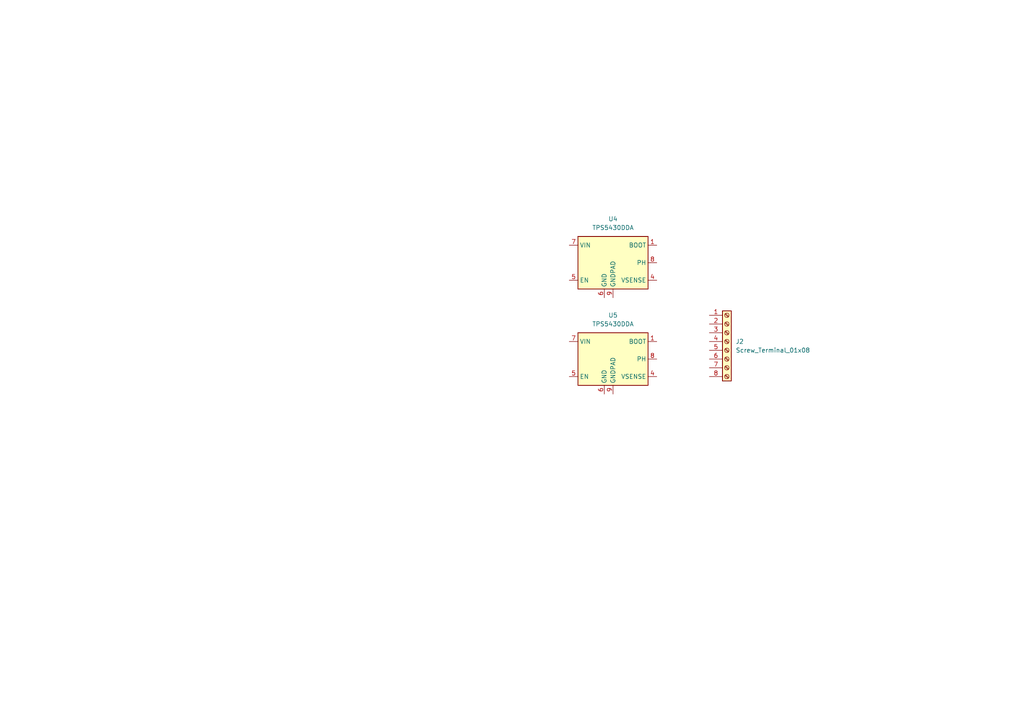
<source format=kicad_sch>
(kicad_sch (version 20231120) (generator "eeschema") (generator_version "8.0")
  (paper "A4")
  (lib_symbols
    (symbol "Connector:Screw_Terminal_01x08" (pin_names (offset 1.016) hide)
      (property "Reference" "J" (at 0 10.16 0))
      (property "Value" "Screw_Terminal_01x08" (at 0 -12.7 0))
      (symbol "Screw_Terminal_01x08_1_1"
        (rectangle (start -1.27 8.89) (end 1.27 -11.43) (stroke (width 0.254)) (fill (type background)))
        (circle (center 0 -10.16) (radius 0.635) (stroke (width 0.1524)))
        (circle (center 0 -7.62) (radius 0.635) (stroke (width 0.1524)))
        (circle (center 0 -5.08) (radius 0.635) (stroke (width 0.1524)))
        (circle (center 0 -2.54) (radius 0.635) (stroke (width 0.1524)))
        (polyline (pts (xy -0.5334 -9.8298) (xy 0.3302 -10.668)) (stroke (width 0.1524)))
        (polyline (pts (xy -0.5334 -7.2898) (xy 0.3302 -8.128)) (stroke (width 0.1524)))
        (polyline (pts (xy -0.5334 -4.7498) (xy 0.3302 -5.588)) (stroke (width 0.1524)))
        (polyline (pts (xy -0.5334 -2.2098) (xy 0.3302 -3.048)) (stroke (width 0.1524)))
        (polyline (pts (xy -0.5334 0.3302) (xy 0.3302 -0.508)) (stroke (width 0.1524)))
        (polyline (pts (xy -0.5334 2.8702) (xy 0.3302 2.032)) (stroke (width 0.1524)))
        (polyline (pts (xy -0.5334 5.4102) (xy 0.3302 4.572)) (stroke (width 0.1524)))
        (polyline (pts (xy -0.5334 7.9502) (xy 0.3302 7.112)) (stroke (width 0.1524)))
        (polyline (pts (xy -0.3556 -9.652) (xy 0.508 -10.4902)) (stroke (width 0.1524)))
        (polyline (pts (xy -0.3556 -7.112) (xy 0.508 -7.9502)) (stroke (width 0.1524)))
        (polyline (pts (xy -0.3556 -4.572) (xy 0.508 -5.4102)) (stroke (width 0.1524)))
        (polyline (pts (xy -0.3556 -2.032) (xy 0.508 -2.8702)) (stroke (width 0.1524)))
        (polyline (pts (xy -0.3556 0.508) (xy 0.508 -0.3302)) (stroke (width 0.1524)))
        (polyline (pts (xy -0.3556 3.048) (xy 0.508 2.2098)) (stroke (width 0.1524)))
        (polyline (pts (xy -0.3556 5.588) (xy 0.508 4.7498)) (stroke (width 0.1524)))
        (polyline (pts (xy -0.3556 8.128) (xy 0.508 7.2898)) (stroke (width 0.1524)))
        (circle (center 0 0) (radius 0.635) (stroke (width 0.1524)))
        (circle (center 0 2.54) (radius 0.635) (stroke (width 0.1524)))
        (circle (center 0 5.08) (radius 0.635) (stroke (width 0.1524)))
        (circle (center 0 7.62) (radius 0.635) (stroke (width 0.1524)))
        (pin passive line (at -5.08 7.62 0) (length 3.81) (name "Pin_1") (number "1"))
        (pin passive line (at -5.08 5.08 0) (length 3.81) (name "Pin_2") (number "2"))
        (pin passive line (at -5.08 2.54 0) (length 3.81) (name "Pin_3") (number "3"))
        (pin passive line (at -5.08 0 0) (length 3.81) (name "Pin_4") (number "4"))
        (pin passive line (at -5.08 -2.54 0) (length 3.81) (name "Pin_5") (number "5"))
        (pin passive line (at -5.08 -5.08 0) (length 3.81) (name "Pin_6") (number "6"))
        (pin passive line (at -5.08 -7.62 0) (length 3.81) (name "Pin_7") (number "7"))
        (pin passive line (at -5.08 -10.16 0) (length 3.81) (name "Pin_8") (number "8"))
      )
    )
    (symbol "Regulator_Switching:TPS5430DDA"
      (property "Reference" "U" (at -10.16 8.89 0))
      (property "Value" "TPS5430DDA" (at -1.27 8.89 0))
      (symbol "TPS5430DDA_0_1"
        (rectangle (start -10.16 7.62) (end 10.16 -7.62) (stroke (width 0.254)) (fill (type background)))
      )
      (symbol "TPS5430DDA_1_1"
        (pin input line (at 12.7 5.08 180) (length 2.54) (name "BOOT") (number "1"))
        (pin no_connect line (at -10.16 2.54 0) (length 2.54) hide (name "NC") (number "2"))
        (pin no_connect line (at -10.16 -2.54 0) (length 2.54) hide (name "NC") (number "3"))
        (pin input line (at 12.7 -5.08 180) (length 2.54) (name "VSENSE") (number "4"))
        (pin input line (at -12.7 -5.08 0) (length 2.54) (name "EN") (number "5"))
        (pin power_in line (at -2.54 -10.16 90) (length 2.54) (name "GND") (number "6"))
        (pin power_in line (at -12.7 5.08 0) (length 2.54) (name "VIN") (number "7"))
        (pin output line (at 12.7 0 180) (length 2.54) (name "PH") (number "8"))
        (pin power_in line (at 0 -10.16 90) (length 2.54) (name "GNDPAD") (number "9"))
      )
    )
  )
  (symbol (lib_id "Connector:Screw_Terminal_01x08") (at 210.82 99.06 0) (unit 1)
    (property "Reference" "J2" (at 213.36 99.0599 0) (effects (justify left)))
    (property "Value" "Screw_Terminal_01x08" (at 213.36 101.5999 0) (effects (justify left)))
    (property "Footprint" "TerminalBlock_RND:TerminalBlock_RND_205-00029_1x08_P10.00mm_Horizontal" (effects (hide yes)))
    (property "Description" "Generic screw terminal, single row, 01x08, script generated (kicad-library-utils/schlib/autogen/connector/)" (effects (hide yes)))
  )
  (symbol (lib_id "Regulator_Switching:TPS5430DDA") (at 177.8 104.14 0) (unit 1)
    (property "Reference" "U5" (at 177.8 91.44 0))
    (property "Value" "TPS5430DDA" (at 177.8 93.98 0))
    (property "Footprint" "Package_SO:TI_SO-PowerPAD-8_ThermalVias" (effects (hide yes)))
    (property "Datasheet" "http://www.ti.com/lit/ds/symlink/tps5430.pdf" (effects (hide yes)))
    (property "Description" "3A, Step Down Swift Converter, Adjustable Output Voltage, 5.5-36V Input Voltage, PowerSO-8" (effects (hide yes)))
  )
  (symbol (lib_id "Regulator_Switching:TPS5430DDA") (at 177.8 76.2 0) (unit 1)
    (property "Reference" "U4" (at 177.8 63.5 0))
    (property "Value" "TPS5430DDA" (at 177.8 66.04 0))
    (property "Footprint" "Package_SO:TI_SO-PowerPAD-8_ThermalVias" (effects (hide yes)))
    (property "Datasheet" "http://www.ti.com/lit/ds/symlink/tps5430.pdf" (effects (hide yes)))
    (property "Description" "3A, Step Down Swift Converter, Adjustable Output Voltage, 5.5-36V Input Voltage, PowerSO-8" (effects (hide yes)))
  )
)
</source>
